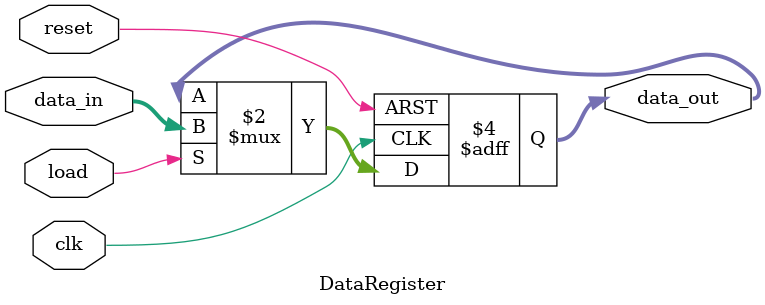
<source format=v>
module DataRegister(
    input clk,
    input reset,
    input load,
    input [15:0] data_in,
    output reg [15:0] data_out
);
    always @(posedge clk or posedge reset) begin
        if (reset)
            data_out <= 16'b0;
        else if (load)
            data_out <= data_in;
    end
endmodule
</source>
